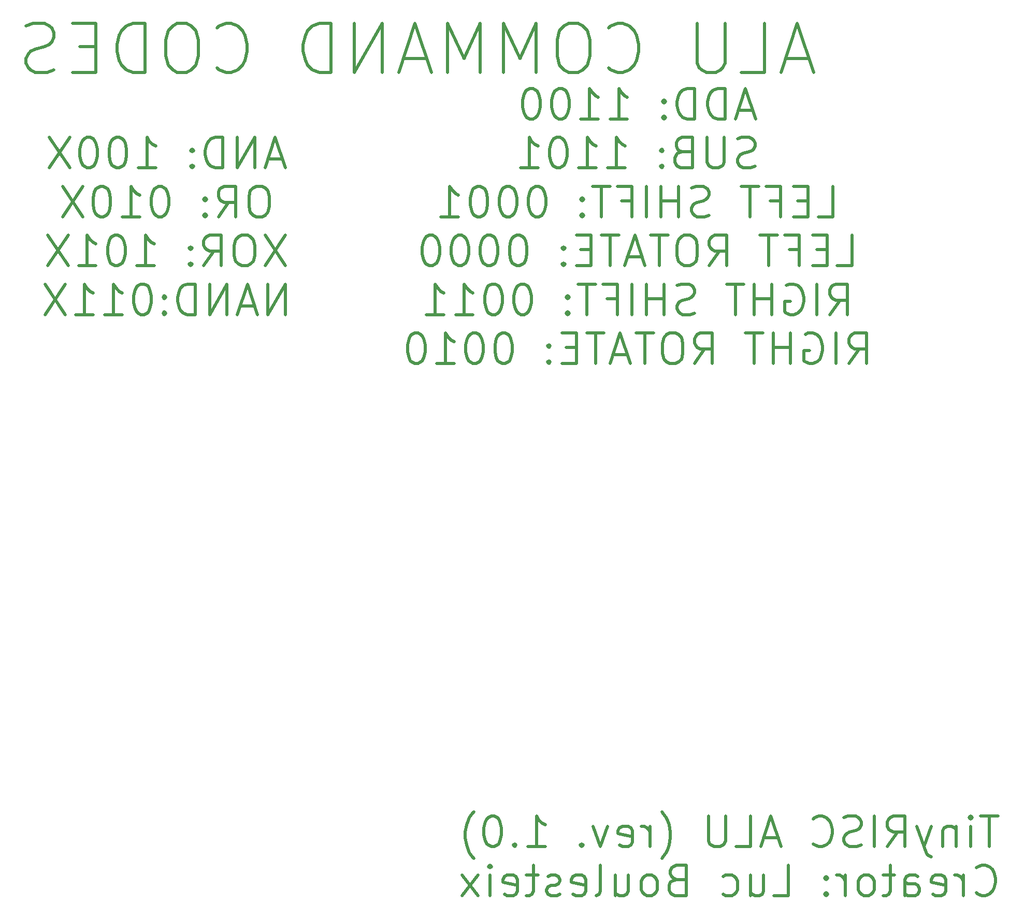
<source format=gbr>
%TF.GenerationSoftware,KiCad,Pcbnew,(5.1.10)-1*%
%TF.CreationDate,2021-10-27T21:30:29+02:00*%
%TF.ProjectId,ALU,414c552e-6b69-4636-9164-5f7063625858,rev1.0*%
%TF.SameCoordinates,Original*%
%TF.FileFunction,Legend,Bot*%
%TF.FilePolarity,Positive*%
%FSLAX46Y46*%
G04 Gerber Fmt 4.6, Leading zero omitted, Abs format (unit mm)*
G04 Created by KiCad (PCBNEW (5.1.10)-1) date 2021-10-27 21:30:29*
%MOMM*%
%LPD*%
G01*
G04 APERTURE LIST*
%ADD10C,0.500000*%
G04 APERTURE END LIST*
D10*
X283000000Y-88333333D02*
X279190476Y-88333333D01*
X283761904Y-90619047D02*
X281095238Y-82619047D01*
X278428571Y-90619047D01*
X271952380Y-90619047D02*
X275761904Y-90619047D01*
X275761904Y-82619047D01*
X269285714Y-82619047D02*
X269285714Y-89095238D01*
X268904761Y-89857142D01*
X268523809Y-90238095D01*
X267761904Y-90619047D01*
X266238095Y-90619047D01*
X265476190Y-90238095D01*
X265095238Y-89857142D01*
X264714285Y-89095238D01*
X264714285Y-82619047D01*
X250238095Y-89857142D02*
X250619047Y-90238095D01*
X251761904Y-90619047D01*
X252523809Y-90619047D01*
X253666666Y-90238095D01*
X254428571Y-89476190D01*
X254809523Y-88714285D01*
X255190476Y-87190476D01*
X255190476Y-86047619D01*
X254809523Y-84523809D01*
X254428571Y-83761904D01*
X253666666Y-83000000D01*
X252523809Y-82619047D01*
X251761904Y-82619047D01*
X250619047Y-83000000D01*
X250238095Y-83380952D01*
X245285714Y-82619047D02*
X243761904Y-82619047D01*
X243000000Y-83000000D01*
X242238095Y-83761904D01*
X241857142Y-85285714D01*
X241857142Y-87952380D01*
X242238095Y-89476190D01*
X243000000Y-90238095D01*
X243761904Y-90619047D01*
X245285714Y-90619047D01*
X246047619Y-90238095D01*
X246809523Y-89476190D01*
X247190476Y-87952380D01*
X247190476Y-85285714D01*
X246809523Y-83761904D01*
X246047619Y-83000000D01*
X245285714Y-82619047D01*
X238428571Y-90619047D02*
X238428571Y-82619047D01*
X235761904Y-88333333D01*
X233095238Y-82619047D01*
X233095238Y-90619047D01*
X229285714Y-90619047D02*
X229285714Y-82619047D01*
X226619047Y-88333333D01*
X223952380Y-82619047D01*
X223952380Y-90619047D01*
X220523809Y-88333333D02*
X216714285Y-88333333D01*
X221285714Y-90619047D02*
X218619047Y-82619047D01*
X215952380Y-90619047D01*
X213285714Y-90619047D02*
X213285714Y-82619047D01*
X208714285Y-90619047D01*
X208714285Y-82619047D01*
X204904761Y-90619047D02*
X204904761Y-82619047D01*
X203000000Y-82619047D01*
X201857142Y-83000000D01*
X201095238Y-83761904D01*
X200714285Y-84523809D01*
X200333333Y-86047619D01*
X200333333Y-87190476D01*
X200714285Y-88714285D01*
X201095238Y-89476190D01*
X201857142Y-90238095D01*
X203000000Y-90619047D01*
X204904761Y-90619047D01*
X186238095Y-89857142D02*
X186619047Y-90238095D01*
X187761904Y-90619047D01*
X188523809Y-90619047D01*
X189666666Y-90238095D01*
X190428571Y-89476190D01*
X190809523Y-88714285D01*
X191190476Y-87190476D01*
X191190476Y-86047619D01*
X190809523Y-84523809D01*
X190428571Y-83761904D01*
X189666666Y-83000000D01*
X188523809Y-82619047D01*
X187761904Y-82619047D01*
X186619047Y-83000000D01*
X186238095Y-83380952D01*
X181285714Y-82619047D02*
X179761904Y-82619047D01*
X179000000Y-83000000D01*
X178238095Y-83761904D01*
X177857142Y-85285714D01*
X177857142Y-87952380D01*
X178238095Y-89476190D01*
X179000000Y-90238095D01*
X179761904Y-90619047D01*
X181285714Y-90619047D01*
X182047619Y-90238095D01*
X182809523Y-89476190D01*
X183190476Y-87952380D01*
X183190476Y-85285714D01*
X182809523Y-83761904D01*
X182047619Y-83000000D01*
X181285714Y-82619047D01*
X174428571Y-90619047D02*
X174428571Y-82619047D01*
X172523809Y-82619047D01*
X171380952Y-83000000D01*
X170619047Y-83761904D01*
X170238095Y-84523809D01*
X169857142Y-86047619D01*
X169857142Y-87190476D01*
X170238095Y-88714285D01*
X170619047Y-89476190D01*
X171380952Y-90238095D01*
X172523809Y-90619047D01*
X174428571Y-90619047D01*
X166428571Y-86428571D02*
X163761904Y-86428571D01*
X162619047Y-90619047D02*
X166428571Y-90619047D01*
X166428571Y-82619047D01*
X162619047Y-82619047D01*
X159571428Y-90238095D02*
X158428571Y-90619047D01*
X156523809Y-90619047D01*
X155761904Y-90238095D01*
X155380952Y-89857142D01*
X155000000Y-89095238D01*
X155000000Y-88333333D01*
X155380952Y-87571428D01*
X155761904Y-87190476D01*
X156523809Y-86809523D01*
X158047619Y-86428571D01*
X158809523Y-86047619D01*
X159190476Y-85666666D01*
X159571428Y-84904761D01*
X159571428Y-84142857D01*
X159190476Y-83380952D01*
X158809523Y-83000000D01*
X158047619Y-82619047D01*
X156142857Y-82619047D01*
X155000000Y-83000000D01*
X196928571Y-104833333D02*
X194547619Y-104833333D01*
X197404761Y-106261904D02*
X195738095Y-101261904D01*
X194071428Y-106261904D01*
X192404761Y-106261904D02*
X192404761Y-101261904D01*
X189547619Y-106261904D01*
X189547619Y-101261904D01*
X187166666Y-106261904D02*
X187166666Y-101261904D01*
X185976190Y-101261904D01*
X185261904Y-101500000D01*
X184785714Y-101976190D01*
X184547619Y-102452380D01*
X184309523Y-103404761D01*
X184309523Y-104119047D01*
X184547619Y-105071428D01*
X184785714Y-105547619D01*
X185261904Y-106023809D01*
X185976190Y-106261904D01*
X187166666Y-106261904D01*
X182166666Y-105785714D02*
X181928571Y-106023809D01*
X182166666Y-106261904D01*
X182404761Y-106023809D01*
X182166666Y-105785714D01*
X182166666Y-106261904D01*
X182166666Y-103166666D02*
X181928571Y-103404761D01*
X182166666Y-103642857D01*
X182404761Y-103404761D01*
X182166666Y-103166666D01*
X182166666Y-103642857D01*
X173357142Y-106261904D02*
X176214285Y-106261904D01*
X174785714Y-106261904D02*
X174785714Y-101261904D01*
X175261904Y-101976190D01*
X175738095Y-102452380D01*
X176214285Y-102690476D01*
X170261904Y-101261904D02*
X169785714Y-101261904D01*
X169309523Y-101500000D01*
X169071428Y-101738095D01*
X168833333Y-102214285D01*
X168595238Y-103166666D01*
X168595238Y-104357142D01*
X168833333Y-105309523D01*
X169071428Y-105785714D01*
X169309523Y-106023809D01*
X169785714Y-106261904D01*
X170261904Y-106261904D01*
X170738095Y-106023809D01*
X170976190Y-105785714D01*
X171214285Y-105309523D01*
X171452380Y-104357142D01*
X171452380Y-103166666D01*
X171214285Y-102214285D01*
X170976190Y-101738095D01*
X170738095Y-101500000D01*
X170261904Y-101261904D01*
X165500000Y-101261904D02*
X165023809Y-101261904D01*
X164547619Y-101500000D01*
X164309523Y-101738095D01*
X164071428Y-102214285D01*
X163833333Y-103166666D01*
X163833333Y-104357142D01*
X164071428Y-105309523D01*
X164309523Y-105785714D01*
X164547619Y-106023809D01*
X165023809Y-106261904D01*
X165500000Y-106261904D01*
X165976190Y-106023809D01*
X166214285Y-105785714D01*
X166452380Y-105309523D01*
X166690476Y-104357142D01*
X166690476Y-103166666D01*
X166452380Y-102214285D01*
X166214285Y-101738095D01*
X165976190Y-101500000D01*
X165500000Y-101261904D01*
X162166666Y-101261904D02*
X158833333Y-106261904D01*
X158833333Y-101261904D02*
X162166666Y-106261904D01*
X193595238Y-109261904D02*
X192642857Y-109261904D01*
X192166666Y-109500000D01*
X191690476Y-109976190D01*
X191452380Y-110928571D01*
X191452380Y-112595238D01*
X191690476Y-113547619D01*
X192166666Y-114023809D01*
X192642857Y-114261904D01*
X193595238Y-114261904D01*
X194071428Y-114023809D01*
X194547619Y-113547619D01*
X194785714Y-112595238D01*
X194785714Y-110928571D01*
X194547619Y-109976190D01*
X194071428Y-109500000D01*
X193595238Y-109261904D01*
X186452380Y-114261904D02*
X188119047Y-111880952D01*
X189309523Y-114261904D02*
X189309523Y-109261904D01*
X187404761Y-109261904D01*
X186928571Y-109500000D01*
X186690476Y-109738095D01*
X186452380Y-110214285D01*
X186452380Y-110928571D01*
X186690476Y-111404761D01*
X186928571Y-111642857D01*
X187404761Y-111880952D01*
X189309523Y-111880952D01*
X184309523Y-113785714D02*
X184071428Y-114023809D01*
X184309523Y-114261904D01*
X184547619Y-114023809D01*
X184309523Y-113785714D01*
X184309523Y-114261904D01*
X184309523Y-111166666D02*
X184071428Y-111404761D01*
X184309523Y-111642857D01*
X184547619Y-111404761D01*
X184309523Y-111166666D01*
X184309523Y-111642857D01*
X177166666Y-109261904D02*
X176690476Y-109261904D01*
X176214285Y-109500000D01*
X175976190Y-109738095D01*
X175738095Y-110214285D01*
X175500000Y-111166666D01*
X175500000Y-112357142D01*
X175738095Y-113309523D01*
X175976190Y-113785714D01*
X176214285Y-114023809D01*
X176690476Y-114261904D01*
X177166666Y-114261904D01*
X177642857Y-114023809D01*
X177880952Y-113785714D01*
X178119047Y-113309523D01*
X178357142Y-112357142D01*
X178357142Y-111166666D01*
X178119047Y-110214285D01*
X177880952Y-109738095D01*
X177642857Y-109500000D01*
X177166666Y-109261904D01*
X170738095Y-114261904D02*
X173595238Y-114261904D01*
X172166666Y-114261904D02*
X172166666Y-109261904D01*
X172642857Y-109976190D01*
X173119047Y-110452380D01*
X173595238Y-110690476D01*
X167642857Y-109261904D02*
X167166666Y-109261904D01*
X166690476Y-109500000D01*
X166452380Y-109738095D01*
X166214285Y-110214285D01*
X165976190Y-111166666D01*
X165976190Y-112357142D01*
X166214285Y-113309523D01*
X166452380Y-113785714D01*
X166690476Y-114023809D01*
X167166666Y-114261904D01*
X167642857Y-114261904D01*
X168119047Y-114023809D01*
X168357142Y-113785714D01*
X168595238Y-113309523D01*
X168833333Y-112357142D01*
X168833333Y-111166666D01*
X168595238Y-110214285D01*
X168357142Y-109738095D01*
X168119047Y-109500000D01*
X167642857Y-109261904D01*
X164309523Y-109261904D02*
X160976190Y-114261904D01*
X160976190Y-109261904D02*
X164309523Y-114261904D01*
X197404761Y-117261904D02*
X194071428Y-122261904D01*
X194071428Y-117261904D02*
X197404761Y-122261904D01*
X191214285Y-117261904D02*
X190261904Y-117261904D01*
X189785714Y-117500000D01*
X189309523Y-117976190D01*
X189071428Y-118928571D01*
X189071428Y-120595238D01*
X189309523Y-121547619D01*
X189785714Y-122023809D01*
X190261904Y-122261904D01*
X191214285Y-122261904D01*
X191690476Y-122023809D01*
X192166666Y-121547619D01*
X192404761Y-120595238D01*
X192404761Y-118928571D01*
X192166666Y-117976190D01*
X191690476Y-117500000D01*
X191214285Y-117261904D01*
X184071428Y-122261904D02*
X185738095Y-119880952D01*
X186928571Y-122261904D02*
X186928571Y-117261904D01*
X185023809Y-117261904D01*
X184547619Y-117500000D01*
X184309523Y-117738095D01*
X184071428Y-118214285D01*
X184071428Y-118928571D01*
X184309523Y-119404761D01*
X184547619Y-119642857D01*
X185023809Y-119880952D01*
X186928571Y-119880952D01*
X181928571Y-121785714D02*
X181690476Y-122023809D01*
X181928571Y-122261904D01*
X182166666Y-122023809D01*
X181928571Y-121785714D01*
X181928571Y-122261904D01*
X181928571Y-119166666D02*
X181690476Y-119404761D01*
X181928571Y-119642857D01*
X182166666Y-119404761D01*
X181928571Y-119166666D01*
X181928571Y-119642857D01*
X173119047Y-122261904D02*
X175976190Y-122261904D01*
X174547619Y-122261904D02*
X174547619Y-117261904D01*
X175023809Y-117976190D01*
X175500000Y-118452380D01*
X175976190Y-118690476D01*
X170023809Y-117261904D02*
X169547619Y-117261904D01*
X169071428Y-117500000D01*
X168833333Y-117738095D01*
X168595238Y-118214285D01*
X168357142Y-119166666D01*
X168357142Y-120357142D01*
X168595238Y-121309523D01*
X168833333Y-121785714D01*
X169071428Y-122023809D01*
X169547619Y-122261904D01*
X170023809Y-122261904D01*
X170500000Y-122023809D01*
X170738095Y-121785714D01*
X170976190Y-121309523D01*
X171214285Y-120357142D01*
X171214285Y-119166666D01*
X170976190Y-118214285D01*
X170738095Y-117738095D01*
X170500000Y-117500000D01*
X170023809Y-117261904D01*
X163595238Y-122261904D02*
X166452380Y-122261904D01*
X165023809Y-122261904D02*
X165023809Y-117261904D01*
X165500000Y-117976190D01*
X165976190Y-118452380D01*
X166452380Y-118690476D01*
X161928571Y-117261904D02*
X158595238Y-122261904D01*
X158595238Y-117261904D02*
X161928571Y-122261904D01*
X197404761Y-130261904D02*
X197404761Y-125261904D01*
X194547619Y-130261904D01*
X194547619Y-125261904D01*
X192404761Y-128833333D02*
X190023809Y-128833333D01*
X192880952Y-130261904D02*
X191214285Y-125261904D01*
X189547619Y-130261904D01*
X187880952Y-130261904D02*
X187880952Y-125261904D01*
X185023809Y-130261904D01*
X185023809Y-125261904D01*
X182642857Y-130261904D02*
X182642857Y-125261904D01*
X181452380Y-125261904D01*
X180738095Y-125500000D01*
X180261904Y-125976190D01*
X180023809Y-126452380D01*
X179785714Y-127404761D01*
X179785714Y-128119047D01*
X180023809Y-129071428D01*
X180261904Y-129547619D01*
X180738095Y-130023809D01*
X181452380Y-130261904D01*
X182642857Y-130261904D01*
X177642857Y-129785714D02*
X177404761Y-130023809D01*
X177642857Y-130261904D01*
X177880952Y-130023809D01*
X177642857Y-129785714D01*
X177642857Y-130261904D01*
X177642857Y-127166666D02*
X177404761Y-127404761D01*
X177642857Y-127642857D01*
X177880952Y-127404761D01*
X177642857Y-127166666D01*
X177642857Y-127642857D01*
X174309523Y-125261904D02*
X173833333Y-125261904D01*
X173357142Y-125500000D01*
X173119047Y-125738095D01*
X172880952Y-126214285D01*
X172642857Y-127166666D01*
X172642857Y-128357142D01*
X172880952Y-129309523D01*
X173119047Y-129785714D01*
X173357142Y-130023809D01*
X173833333Y-130261904D01*
X174309523Y-130261904D01*
X174785714Y-130023809D01*
X175023809Y-129785714D01*
X175261904Y-129309523D01*
X175500000Y-128357142D01*
X175500000Y-127166666D01*
X175261904Y-126214285D01*
X175023809Y-125738095D01*
X174785714Y-125500000D01*
X174309523Y-125261904D01*
X167880952Y-130261904D02*
X170738095Y-130261904D01*
X169309523Y-130261904D02*
X169309523Y-125261904D01*
X169785714Y-125976190D01*
X170261904Y-126452380D01*
X170738095Y-126690476D01*
X163119047Y-130261904D02*
X165976190Y-130261904D01*
X164547619Y-130261904D02*
X164547619Y-125261904D01*
X165023809Y-125976190D01*
X165500000Y-126452380D01*
X165976190Y-126690476D01*
X161452380Y-125261904D02*
X158119047Y-130261904D01*
X158119047Y-125261904D02*
X161452380Y-130261904D01*
X273809523Y-96833333D02*
X271428571Y-96833333D01*
X274285714Y-98261904D02*
X272619047Y-93261904D01*
X270952380Y-98261904D01*
X269285714Y-98261904D02*
X269285714Y-93261904D01*
X268095238Y-93261904D01*
X267380952Y-93500000D01*
X266904761Y-93976190D01*
X266666666Y-94452380D01*
X266428571Y-95404761D01*
X266428571Y-96119047D01*
X266666666Y-97071428D01*
X266904761Y-97547619D01*
X267380952Y-98023809D01*
X268095238Y-98261904D01*
X269285714Y-98261904D01*
X264285714Y-98261904D02*
X264285714Y-93261904D01*
X263095238Y-93261904D01*
X262380952Y-93500000D01*
X261904761Y-93976190D01*
X261666666Y-94452380D01*
X261428571Y-95404761D01*
X261428571Y-96119047D01*
X261666666Y-97071428D01*
X261904761Y-97547619D01*
X262380952Y-98023809D01*
X263095238Y-98261904D01*
X264285714Y-98261904D01*
X259285714Y-97785714D02*
X259047619Y-98023809D01*
X259285714Y-98261904D01*
X259523809Y-98023809D01*
X259285714Y-97785714D01*
X259285714Y-98261904D01*
X259285714Y-95166666D02*
X259047619Y-95404761D01*
X259285714Y-95642857D01*
X259523809Y-95404761D01*
X259285714Y-95166666D01*
X259285714Y-95642857D01*
X250476190Y-98261904D02*
X253333333Y-98261904D01*
X251904761Y-98261904D02*
X251904761Y-93261904D01*
X252380952Y-93976190D01*
X252857142Y-94452380D01*
X253333333Y-94690476D01*
X245714285Y-98261904D02*
X248571428Y-98261904D01*
X247142857Y-98261904D02*
X247142857Y-93261904D01*
X247619047Y-93976190D01*
X248095238Y-94452380D01*
X248571428Y-94690476D01*
X242619047Y-93261904D02*
X242142857Y-93261904D01*
X241666666Y-93500000D01*
X241428571Y-93738095D01*
X241190476Y-94214285D01*
X240952380Y-95166666D01*
X240952380Y-96357142D01*
X241190476Y-97309523D01*
X241428571Y-97785714D01*
X241666666Y-98023809D01*
X242142857Y-98261904D01*
X242619047Y-98261904D01*
X243095238Y-98023809D01*
X243333333Y-97785714D01*
X243571428Y-97309523D01*
X243809523Y-96357142D01*
X243809523Y-95166666D01*
X243571428Y-94214285D01*
X243333333Y-93738095D01*
X243095238Y-93500000D01*
X242619047Y-93261904D01*
X237857142Y-93261904D02*
X237380952Y-93261904D01*
X236904761Y-93500000D01*
X236666666Y-93738095D01*
X236428571Y-94214285D01*
X236190476Y-95166666D01*
X236190476Y-96357142D01*
X236428571Y-97309523D01*
X236666666Y-97785714D01*
X236904761Y-98023809D01*
X237380952Y-98261904D01*
X237857142Y-98261904D01*
X238333333Y-98023809D01*
X238571428Y-97785714D01*
X238809523Y-97309523D01*
X239047619Y-96357142D01*
X239047619Y-95166666D01*
X238809523Y-94214285D01*
X238571428Y-93738095D01*
X238333333Y-93500000D01*
X237857142Y-93261904D01*
X274166666Y-106023809D02*
X273452380Y-106261904D01*
X272261904Y-106261904D01*
X271785714Y-106023809D01*
X271547619Y-105785714D01*
X271309523Y-105309523D01*
X271309523Y-104833333D01*
X271547619Y-104357142D01*
X271785714Y-104119047D01*
X272261904Y-103880952D01*
X273214285Y-103642857D01*
X273690476Y-103404761D01*
X273928571Y-103166666D01*
X274166666Y-102690476D01*
X274166666Y-102214285D01*
X273928571Y-101738095D01*
X273690476Y-101500000D01*
X273214285Y-101261904D01*
X272023809Y-101261904D01*
X271309523Y-101500000D01*
X269166666Y-101261904D02*
X269166666Y-105309523D01*
X268928571Y-105785714D01*
X268690476Y-106023809D01*
X268214285Y-106261904D01*
X267261904Y-106261904D01*
X266785714Y-106023809D01*
X266547619Y-105785714D01*
X266309523Y-105309523D01*
X266309523Y-101261904D01*
X262261904Y-103642857D02*
X261547619Y-103880952D01*
X261309523Y-104119047D01*
X261071428Y-104595238D01*
X261071428Y-105309523D01*
X261309523Y-105785714D01*
X261547619Y-106023809D01*
X262023809Y-106261904D01*
X263928571Y-106261904D01*
X263928571Y-101261904D01*
X262261904Y-101261904D01*
X261785714Y-101500000D01*
X261547619Y-101738095D01*
X261309523Y-102214285D01*
X261309523Y-102690476D01*
X261547619Y-103166666D01*
X261785714Y-103404761D01*
X262261904Y-103642857D01*
X263928571Y-103642857D01*
X258928571Y-105785714D02*
X258690476Y-106023809D01*
X258928571Y-106261904D01*
X259166666Y-106023809D01*
X258928571Y-105785714D01*
X258928571Y-106261904D01*
X258928571Y-103166666D02*
X258690476Y-103404761D01*
X258928571Y-103642857D01*
X259166666Y-103404761D01*
X258928571Y-103166666D01*
X258928571Y-103642857D01*
X250119047Y-106261904D02*
X252976190Y-106261904D01*
X251547619Y-106261904D02*
X251547619Y-101261904D01*
X252023809Y-101976190D01*
X252500000Y-102452380D01*
X252976190Y-102690476D01*
X245357142Y-106261904D02*
X248214285Y-106261904D01*
X246785714Y-106261904D02*
X246785714Y-101261904D01*
X247261904Y-101976190D01*
X247738095Y-102452380D01*
X248214285Y-102690476D01*
X242261904Y-101261904D02*
X241785714Y-101261904D01*
X241309523Y-101500000D01*
X241071428Y-101738095D01*
X240833333Y-102214285D01*
X240595238Y-103166666D01*
X240595238Y-104357142D01*
X240833333Y-105309523D01*
X241071428Y-105785714D01*
X241309523Y-106023809D01*
X241785714Y-106261904D01*
X242261904Y-106261904D01*
X242738095Y-106023809D01*
X242976190Y-105785714D01*
X243214285Y-105309523D01*
X243452380Y-104357142D01*
X243452380Y-103166666D01*
X243214285Y-102214285D01*
X242976190Y-101738095D01*
X242738095Y-101500000D01*
X242261904Y-101261904D01*
X235833333Y-106261904D02*
X238690476Y-106261904D01*
X237261904Y-106261904D02*
X237261904Y-101261904D01*
X237738095Y-101976190D01*
X238214285Y-102452380D01*
X238690476Y-102690476D01*
X284523809Y-114261904D02*
X286904761Y-114261904D01*
X286904761Y-109261904D01*
X282857142Y-111642857D02*
X281190476Y-111642857D01*
X280476190Y-114261904D02*
X282857142Y-114261904D01*
X282857142Y-109261904D01*
X280476190Y-109261904D01*
X276666666Y-111642857D02*
X278333333Y-111642857D01*
X278333333Y-114261904D02*
X278333333Y-109261904D01*
X275952380Y-109261904D01*
X274761904Y-109261904D02*
X271904761Y-109261904D01*
X273333333Y-114261904D02*
X273333333Y-109261904D01*
X266666666Y-114023809D02*
X265952380Y-114261904D01*
X264761904Y-114261904D01*
X264285714Y-114023809D01*
X264047619Y-113785714D01*
X263809523Y-113309523D01*
X263809523Y-112833333D01*
X264047619Y-112357142D01*
X264285714Y-112119047D01*
X264761904Y-111880952D01*
X265714285Y-111642857D01*
X266190476Y-111404761D01*
X266428571Y-111166666D01*
X266666666Y-110690476D01*
X266666666Y-110214285D01*
X266428571Y-109738095D01*
X266190476Y-109500000D01*
X265714285Y-109261904D01*
X264523809Y-109261904D01*
X263809523Y-109500000D01*
X261666666Y-114261904D02*
X261666666Y-109261904D01*
X261666666Y-111642857D02*
X258809523Y-111642857D01*
X258809523Y-114261904D02*
X258809523Y-109261904D01*
X256428571Y-114261904D02*
X256428571Y-109261904D01*
X252380952Y-111642857D02*
X254047619Y-111642857D01*
X254047619Y-114261904D02*
X254047619Y-109261904D01*
X251666666Y-109261904D01*
X250476190Y-109261904D02*
X247619047Y-109261904D01*
X249047619Y-114261904D02*
X249047619Y-109261904D01*
X245952380Y-113785714D02*
X245714285Y-114023809D01*
X245952380Y-114261904D01*
X246190476Y-114023809D01*
X245952380Y-113785714D01*
X245952380Y-114261904D01*
X245952380Y-111166666D02*
X245714285Y-111404761D01*
X245952380Y-111642857D01*
X246190476Y-111404761D01*
X245952380Y-111166666D01*
X245952380Y-111642857D01*
X238809523Y-109261904D02*
X238333333Y-109261904D01*
X237857142Y-109500000D01*
X237619047Y-109738095D01*
X237380952Y-110214285D01*
X237142857Y-111166666D01*
X237142857Y-112357142D01*
X237380952Y-113309523D01*
X237619047Y-113785714D01*
X237857142Y-114023809D01*
X238333333Y-114261904D01*
X238809523Y-114261904D01*
X239285714Y-114023809D01*
X239523809Y-113785714D01*
X239761904Y-113309523D01*
X240000000Y-112357142D01*
X240000000Y-111166666D01*
X239761904Y-110214285D01*
X239523809Y-109738095D01*
X239285714Y-109500000D01*
X238809523Y-109261904D01*
X234047619Y-109261904D02*
X233571428Y-109261904D01*
X233095238Y-109500000D01*
X232857142Y-109738095D01*
X232619047Y-110214285D01*
X232380952Y-111166666D01*
X232380952Y-112357142D01*
X232619047Y-113309523D01*
X232857142Y-113785714D01*
X233095238Y-114023809D01*
X233571428Y-114261904D01*
X234047619Y-114261904D01*
X234523809Y-114023809D01*
X234761904Y-113785714D01*
X235000000Y-113309523D01*
X235238095Y-112357142D01*
X235238095Y-111166666D01*
X235000000Y-110214285D01*
X234761904Y-109738095D01*
X234523809Y-109500000D01*
X234047619Y-109261904D01*
X229285714Y-109261904D02*
X228809523Y-109261904D01*
X228333333Y-109500000D01*
X228095238Y-109738095D01*
X227857142Y-110214285D01*
X227619047Y-111166666D01*
X227619047Y-112357142D01*
X227857142Y-113309523D01*
X228095238Y-113785714D01*
X228333333Y-114023809D01*
X228809523Y-114261904D01*
X229285714Y-114261904D01*
X229761904Y-114023809D01*
X230000000Y-113785714D01*
X230238095Y-113309523D01*
X230476190Y-112357142D01*
X230476190Y-111166666D01*
X230238095Y-110214285D01*
X230000000Y-109738095D01*
X229761904Y-109500000D01*
X229285714Y-109261904D01*
X222857142Y-114261904D02*
X225714285Y-114261904D01*
X224285714Y-114261904D02*
X224285714Y-109261904D01*
X224761904Y-109976190D01*
X225238095Y-110452380D01*
X225714285Y-110690476D01*
X287619047Y-122261904D02*
X290000000Y-122261904D01*
X290000000Y-117261904D01*
X285952380Y-119642857D02*
X284285714Y-119642857D01*
X283571428Y-122261904D02*
X285952380Y-122261904D01*
X285952380Y-117261904D01*
X283571428Y-117261904D01*
X279761904Y-119642857D02*
X281428571Y-119642857D01*
X281428571Y-122261904D02*
X281428571Y-117261904D01*
X279047619Y-117261904D01*
X277857142Y-117261904D02*
X275000000Y-117261904D01*
X276428571Y-122261904D02*
X276428571Y-117261904D01*
X266666666Y-122261904D02*
X268333333Y-119880952D01*
X269523809Y-122261904D02*
X269523809Y-117261904D01*
X267619047Y-117261904D01*
X267142857Y-117500000D01*
X266904761Y-117738095D01*
X266666666Y-118214285D01*
X266666666Y-118928571D01*
X266904761Y-119404761D01*
X267142857Y-119642857D01*
X267619047Y-119880952D01*
X269523809Y-119880952D01*
X263571428Y-117261904D02*
X262619047Y-117261904D01*
X262142857Y-117500000D01*
X261666666Y-117976190D01*
X261428571Y-118928571D01*
X261428571Y-120595238D01*
X261666666Y-121547619D01*
X262142857Y-122023809D01*
X262619047Y-122261904D01*
X263571428Y-122261904D01*
X264047619Y-122023809D01*
X264523809Y-121547619D01*
X264761904Y-120595238D01*
X264761904Y-118928571D01*
X264523809Y-117976190D01*
X264047619Y-117500000D01*
X263571428Y-117261904D01*
X260000000Y-117261904D02*
X257142857Y-117261904D01*
X258571428Y-122261904D02*
X258571428Y-117261904D01*
X255714285Y-120833333D02*
X253333333Y-120833333D01*
X256190476Y-122261904D02*
X254523809Y-117261904D01*
X252857142Y-122261904D01*
X251904761Y-117261904D02*
X249047619Y-117261904D01*
X250476190Y-122261904D02*
X250476190Y-117261904D01*
X247380952Y-119642857D02*
X245714285Y-119642857D01*
X245000000Y-122261904D02*
X247380952Y-122261904D01*
X247380952Y-117261904D01*
X245000000Y-117261904D01*
X242857142Y-121785714D02*
X242619047Y-122023809D01*
X242857142Y-122261904D01*
X243095238Y-122023809D01*
X242857142Y-121785714D01*
X242857142Y-122261904D01*
X242857142Y-119166666D02*
X242619047Y-119404761D01*
X242857142Y-119642857D01*
X243095238Y-119404761D01*
X242857142Y-119166666D01*
X242857142Y-119642857D01*
X235714285Y-117261904D02*
X235238095Y-117261904D01*
X234761904Y-117500000D01*
X234523809Y-117738095D01*
X234285714Y-118214285D01*
X234047619Y-119166666D01*
X234047619Y-120357142D01*
X234285714Y-121309523D01*
X234523809Y-121785714D01*
X234761904Y-122023809D01*
X235238095Y-122261904D01*
X235714285Y-122261904D01*
X236190476Y-122023809D01*
X236428571Y-121785714D01*
X236666666Y-121309523D01*
X236904761Y-120357142D01*
X236904761Y-119166666D01*
X236666666Y-118214285D01*
X236428571Y-117738095D01*
X236190476Y-117500000D01*
X235714285Y-117261904D01*
X230952380Y-117261904D02*
X230476190Y-117261904D01*
X230000000Y-117500000D01*
X229761904Y-117738095D01*
X229523809Y-118214285D01*
X229285714Y-119166666D01*
X229285714Y-120357142D01*
X229523809Y-121309523D01*
X229761904Y-121785714D01*
X230000000Y-122023809D01*
X230476190Y-122261904D01*
X230952380Y-122261904D01*
X231428571Y-122023809D01*
X231666666Y-121785714D01*
X231904761Y-121309523D01*
X232142857Y-120357142D01*
X232142857Y-119166666D01*
X231904761Y-118214285D01*
X231666666Y-117738095D01*
X231428571Y-117500000D01*
X230952380Y-117261904D01*
X226190476Y-117261904D02*
X225714285Y-117261904D01*
X225238095Y-117500000D01*
X225000000Y-117738095D01*
X224761904Y-118214285D01*
X224523809Y-119166666D01*
X224523809Y-120357142D01*
X224761904Y-121309523D01*
X225000000Y-121785714D01*
X225238095Y-122023809D01*
X225714285Y-122261904D01*
X226190476Y-122261904D01*
X226666666Y-122023809D01*
X226904761Y-121785714D01*
X227142857Y-121309523D01*
X227380952Y-120357142D01*
X227380952Y-119166666D01*
X227142857Y-118214285D01*
X226904761Y-117738095D01*
X226666666Y-117500000D01*
X226190476Y-117261904D01*
X221428571Y-117261904D02*
X220952380Y-117261904D01*
X220476190Y-117500000D01*
X220238095Y-117738095D01*
X220000000Y-118214285D01*
X219761904Y-119166666D01*
X219761904Y-120357142D01*
X220000000Y-121309523D01*
X220238095Y-121785714D01*
X220476190Y-122023809D01*
X220952380Y-122261904D01*
X221428571Y-122261904D01*
X221904761Y-122023809D01*
X222142857Y-121785714D01*
X222380952Y-121309523D01*
X222619047Y-120357142D01*
X222619047Y-119166666D01*
X222380952Y-118214285D01*
X222142857Y-117738095D01*
X221904761Y-117500000D01*
X221428571Y-117261904D01*
X286428571Y-130261904D02*
X288095238Y-127880952D01*
X289285714Y-130261904D02*
X289285714Y-125261904D01*
X287380952Y-125261904D01*
X286904761Y-125500000D01*
X286666666Y-125738095D01*
X286428571Y-126214285D01*
X286428571Y-126928571D01*
X286666666Y-127404761D01*
X286904761Y-127642857D01*
X287380952Y-127880952D01*
X289285714Y-127880952D01*
X284285714Y-130261904D02*
X284285714Y-125261904D01*
X279285714Y-125500000D02*
X279761904Y-125261904D01*
X280476190Y-125261904D01*
X281190476Y-125500000D01*
X281666666Y-125976190D01*
X281904761Y-126452380D01*
X282142857Y-127404761D01*
X282142857Y-128119047D01*
X281904761Y-129071428D01*
X281666666Y-129547619D01*
X281190476Y-130023809D01*
X280476190Y-130261904D01*
X280000000Y-130261904D01*
X279285714Y-130023809D01*
X279047619Y-129785714D01*
X279047619Y-128119047D01*
X280000000Y-128119047D01*
X276904761Y-130261904D02*
X276904761Y-125261904D01*
X276904761Y-127642857D02*
X274047619Y-127642857D01*
X274047619Y-130261904D02*
X274047619Y-125261904D01*
X272380952Y-125261904D02*
X269523809Y-125261904D01*
X270952380Y-130261904D02*
X270952380Y-125261904D01*
X264285714Y-130023809D02*
X263571428Y-130261904D01*
X262380952Y-130261904D01*
X261904761Y-130023809D01*
X261666666Y-129785714D01*
X261428571Y-129309523D01*
X261428571Y-128833333D01*
X261666666Y-128357142D01*
X261904761Y-128119047D01*
X262380952Y-127880952D01*
X263333333Y-127642857D01*
X263809523Y-127404761D01*
X264047619Y-127166666D01*
X264285714Y-126690476D01*
X264285714Y-126214285D01*
X264047619Y-125738095D01*
X263809523Y-125500000D01*
X263333333Y-125261904D01*
X262142857Y-125261904D01*
X261428571Y-125500000D01*
X259285714Y-130261904D02*
X259285714Y-125261904D01*
X259285714Y-127642857D02*
X256428571Y-127642857D01*
X256428571Y-130261904D02*
X256428571Y-125261904D01*
X254047619Y-130261904D02*
X254047619Y-125261904D01*
X250000000Y-127642857D02*
X251666666Y-127642857D01*
X251666666Y-130261904D02*
X251666666Y-125261904D01*
X249285714Y-125261904D01*
X248095238Y-125261904D02*
X245238095Y-125261904D01*
X246666666Y-130261904D02*
X246666666Y-125261904D01*
X243571428Y-129785714D02*
X243333333Y-130023809D01*
X243571428Y-130261904D01*
X243809523Y-130023809D01*
X243571428Y-129785714D01*
X243571428Y-130261904D01*
X243571428Y-127166666D02*
X243333333Y-127404761D01*
X243571428Y-127642857D01*
X243809523Y-127404761D01*
X243571428Y-127166666D01*
X243571428Y-127642857D01*
X236428571Y-125261904D02*
X235952380Y-125261904D01*
X235476190Y-125500000D01*
X235238095Y-125738095D01*
X235000000Y-126214285D01*
X234761904Y-127166666D01*
X234761904Y-128357142D01*
X235000000Y-129309523D01*
X235238095Y-129785714D01*
X235476190Y-130023809D01*
X235952380Y-130261904D01*
X236428571Y-130261904D01*
X236904761Y-130023809D01*
X237142857Y-129785714D01*
X237380952Y-129309523D01*
X237619047Y-128357142D01*
X237619047Y-127166666D01*
X237380952Y-126214285D01*
X237142857Y-125738095D01*
X236904761Y-125500000D01*
X236428571Y-125261904D01*
X231666666Y-125261904D02*
X231190476Y-125261904D01*
X230714285Y-125500000D01*
X230476190Y-125738095D01*
X230238095Y-126214285D01*
X230000000Y-127166666D01*
X230000000Y-128357142D01*
X230238095Y-129309523D01*
X230476190Y-129785714D01*
X230714285Y-130023809D01*
X231190476Y-130261904D01*
X231666666Y-130261904D01*
X232142857Y-130023809D01*
X232380952Y-129785714D01*
X232619047Y-129309523D01*
X232857142Y-128357142D01*
X232857142Y-127166666D01*
X232619047Y-126214285D01*
X232380952Y-125738095D01*
X232142857Y-125500000D01*
X231666666Y-125261904D01*
X225238095Y-130261904D02*
X228095238Y-130261904D01*
X226666666Y-130261904D02*
X226666666Y-125261904D01*
X227142857Y-125976190D01*
X227619047Y-126452380D01*
X228095238Y-126690476D01*
X220476190Y-130261904D02*
X223333333Y-130261904D01*
X221904761Y-130261904D02*
X221904761Y-125261904D01*
X222380952Y-125976190D01*
X222857142Y-126452380D01*
X223333333Y-126690476D01*
X289523809Y-138261904D02*
X291190476Y-135880952D01*
X292380952Y-138261904D02*
X292380952Y-133261904D01*
X290476190Y-133261904D01*
X290000000Y-133500000D01*
X289761904Y-133738095D01*
X289523809Y-134214285D01*
X289523809Y-134928571D01*
X289761904Y-135404761D01*
X290000000Y-135642857D01*
X290476190Y-135880952D01*
X292380952Y-135880952D01*
X287380952Y-138261904D02*
X287380952Y-133261904D01*
X282380952Y-133500000D02*
X282857142Y-133261904D01*
X283571428Y-133261904D01*
X284285714Y-133500000D01*
X284761904Y-133976190D01*
X285000000Y-134452380D01*
X285238095Y-135404761D01*
X285238095Y-136119047D01*
X285000000Y-137071428D01*
X284761904Y-137547619D01*
X284285714Y-138023809D01*
X283571428Y-138261904D01*
X283095238Y-138261904D01*
X282380952Y-138023809D01*
X282142857Y-137785714D01*
X282142857Y-136119047D01*
X283095238Y-136119047D01*
X280000000Y-138261904D02*
X280000000Y-133261904D01*
X280000000Y-135642857D02*
X277142857Y-135642857D01*
X277142857Y-138261904D02*
X277142857Y-133261904D01*
X275476190Y-133261904D02*
X272619047Y-133261904D01*
X274047619Y-138261904D02*
X274047619Y-133261904D01*
X264285714Y-138261904D02*
X265952380Y-135880952D01*
X267142857Y-138261904D02*
X267142857Y-133261904D01*
X265238095Y-133261904D01*
X264761904Y-133500000D01*
X264523809Y-133738095D01*
X264285714Y-134214285D01*
X264285714Y-134928571D01*
X264523809Y-135404761D01*
X264761904Y-135642857D01*
X265238095Y-135880952D01*
X267142857Y-135880952D01*
X261190476Y-133261904D02*
X260238095Y-133261904D01*
X259761904Y-133500000D01*
X259285714Y-133976190D01*
X259047619Y-134928571D01*
X259047619Y-136595238D01*
X259285714Y-137547619D01*
X259761904Y-138023809D01*
X260238095Y-138261904D01*
X261190476Y-138261904D01*
X261666666Y-138023809D01*
X262142857Y-137547619D01*
X262380952Y-136595238D01*
X262380952Y-134928571D01*
X262142857Y-133976190D01*
X261666666Y-133500000D01*
X261190476Y-133261904D01*
X257619047Y-133261904D02*
X254761904Y-133261904D01*
X256190476Y-138261904D02*
X256190476Y-133261904D01*
X253333333Y-136833333D02*
X250952380Y-136833333D01*
X253809523Y-138261904D02*
X252142857Y-133261904D01*
X250476190Y-138261904D01*
X249523809Y-133261904D02*
X246666666Y-133261904D01*
X248095238Y-138261904D02*
X248095238Y-133261904D01*
X245000000Y-135642857D02*
X243333333Y-135642857D01*
X242619047Y-138261904D02*
X245000000Y-138261904D01*
X245000000Y-133261904D01*
X242619047Y-133261904D01*
X240476190Y-137785714D02*
X240238095Y-138023809D01*
X240476190Y-138261904D01*
X240714285Y-138023809D01*
X240476190Y-137785714D01*
X240476190Y-138261904D01*
X240476190Y-135166666D02*
X240238095Y-135404761D01*
X240476190Y-135642857D01*
X240714285Y-135404761D01*
X240476190Y-135166666D01*
X240476190Y-135642857D01*
X233333333Y-133261904D02*
X232857142Y-133261904D01*
X232380952Y-133500000D01*
X232142857Y-133738095D01*
X231904761Y-134214285D01*
X231666666Y-135166666D01*
X231666666Y-136357142D01*
X231904761Y-137309523D01*
X232142857Y-137785714D01*
X232380952Y-138023809D01*
X232857142Y-138261904D01*
X233333333Y-138261904D01*
X233809523Y-138023809D01*
X234047619Y-137785714D01*
X234285714Y-137309523D01*
X234523809Y-136357142D01*
X234523809Y-135166666D01*
X234285714Y-134214285D01*
X234047619Y-133738095D01*
X233809523Y-133500000D01*
X233333333Y-133261904D01*
X228571428Y-133261904D02*
X228095238Y-133261904D01*
X227619047Y-133500000D01*
X227380952Y-133738095D01*
X227142857Y-134214285D01*
X226904761Y-135166666D01*
X226904761Y-136357142D01*
X227142857Y-137309523D01*
X227380952Y-137785714D01*
X227619047Y-138023809D01*
X228095238Y-138261904D01*
X228571428Y-138261904D01*
X229047619Y-138023809D01*
X229285714Y-137785714D01*
X229523809Y-137309523D01*
X229761904Y-136357142D01*
X229761904Y-135166666D01*
X229523809Y-134214285D01*
X229285714Y-133738095D01*
X229047619Y-133500000D01*
X228571428Y-133261904D01*
X222142857Y-138261904D02*
X225000000Y-138261904D01*
X223571428Y-138261904D02*
X223571428Y-133261904D01*
X224047619Y-133976190D01*
X224523809Y-134452380D01*
X225000000Y-134690476D01*
X219047619Y-133261904D02*
X218571428Y-133261904D01*
X218095238Y-133500000D01*
X217857142Y-133738095D01*
X217619047Y-134214285D01*
X217380952Y-135166666D01*
X217380952Y-136357142D01*
X217619047Y-137309523D01*
X217857142Y-137785714D01*
X218095238Y-138023809D01*
X218571428Y-138261904D01*
X219047619Y-138261904D01*
X219523809Y-138023809D01*
X219761904Y-137785714D01*
X220000000Y-137309523D01*
X220238095Y-136357142D01*
X220238095Y-135166666D01*
X220000000Y-134214285D01*
X219761904Y-133738095D01*
X219523809Y-133500000D01*
X219047619Y-133261904D01*
X313928571Y-212261904D02*
X311071428Y-212261904D01*
X312500000Y-217261904D02*
X312500000Y-212261904D01*
X309404761Y-217261904D02*
X309404761Y-213928571D01*
X309404761Y-212261904D02*
X309642857Y-212500000D01*
X309404761Y-212738095D01*
X309166666Y-212500000D01*
X309404761Y-212261904D01*
X309404761Y-212738095D01*
X307023809Y-213928571D02*
X307023809Y-217261904D01*
X307023809Y-214404761D02*
X306785714Y-214166666D01*
X306309523Y-213928571D01*
X305595238Y-213928571D01*
X305119047Y-214166666D01*
X304880952Y-214642857D01*
X304880952Y-217261904D01*
X302976190Y-213928571D02*
X301785714Y-217261904D01*
X300595238Y-213928571D02*
X301785714Y-217261904D01*
X302261904Y-218452380D01*
X302500000Y-218690476D01*
X302976190Y-218928571D01*
X295833333Y-217261904D02*
X297500000Y-214880952D01*
X298690476Y-217261904D02*
X298690476Y-212261904D01*
X296785714Y-212261904D01*
X296309523Y-212500000D01*
X296071428Y-212738095D01*
X295833333Y-213214285D01*
X295833333Y-213928571D01*
X296071428Y-214404761D01*
X296309523Y-214642857D01*
X296785714Y-214880952D01*
X298690476Y-214880952D01*
X293690476Y-217261904D02*
X293690476Y-212261904D01*
X291547619Y-217023809D02*
X290833333Y-217261904D01*
X289642857Y-217261904D01*
X289166666Y-217023809D01*
X288928571Y-216785714D01*
X288690476Y-216309523D01*
X288690476Y-215833333D01*
X288928571Y-215357142D01*
X289166666Y-215119047D01*
X289642857Y-214880952D01*
X290595238Y-214642857D01*
X291071428Y-214404761D01*
X291309523Y-214166666D01*
X291547619Y-213690476D01*
X291547619Y-213214285D01*
X291309523Y-212738095D01*
X291071428Y-212500000D01*
X290595238Y-212261904D01*
X289404761Y-212261904D01*
X288690476Y-212500000D01*
X283690476Y-216785714D02*
X283928571Y-217023809D01*
X284642857Y-217261904D01*
X285119047Y-217261904D01*
X285833333Y-217023809D01*
X286309523Y-216547619D01*
X286547619Y-216071428D01*
X286785714Y-215119047D01*
X286785714Y-214404761D01*
X286547619Y-213452380D01*
X286309523Y-212976190D01*
X285833333Y-212500000D01*
X285119047Y-212261904D01*
X284642857Y-212261904D01*
X283928571Y-212500000D01*
X283690476Y-212738095D01*
X277976190Y-215833333D02*
X275595238Y-215833333D01*
X278452380Y-217261904D02*
X276785714Y-212261904D01*
X275119047Y-217261904D01*
X271071428Y-217261904D02*
X273452380Y-217261904D01*
X273452380Y-212261904D01*
X269404761Y-212261904D02*
X269404761Y-216309523D01*
X269166666Y-216785714D01*
X268928571Y-217023809D01*
X268452380Y-217261904D01*
X267500000Y-217261904D01*
X267023809Y-217023809D01*
X266785714Y-216785714D01*
X266547619Y-216309523D01*
X266547619Y-212261904D01*
X258928571Y-219166666D02*
X259166666Y-218928571D01*
X259642857Y-218214285D01*
X259880952Y-217738095D01*
X260119047Y-217023809D01*
X260357142Y-215833333D01*
X260357142Y-214880952D01*
X260119047Y-213690476D01*
X259880952Y-212976190D01*
X259642857Y-212500000D01*
X259166666Y-211785714D01*
X258928571Y-211547619D01*
X257023809Y-217261904D02*
X257023809Y-213928571D01*
X257023809Y-214880952D02*
X256785714Y-214404761D01*
X256547619Y-214166666D01*
X256071428Y-213928571D01*
X255595238Y-213928571D01*
X252023809Y-217023809D02*
X252500000Y-217261904D01*
X253452380Y-217261904D01*
X253928571Y-217023809D01*
X254166666Y-216547619D01*
X254166666Y-214642857D01*
X253928571Y-214166666D01*
X253452380Y-213928571D01*
X252500000Y-213928571D01*
X252023809Y-214166666D01*
X251785714Y-214642857D01*
X251785714Y-215119047D01*
X254166666Y-215595238D01*
X250119047Y-213928571D02*
X248928571Y-217261904D01*
X247738095Y-213928571D01*
X245833333Y-216785714D02*
X245595238Y-217023809D01*
X245833333Y-217261904D01*
X246071428Y-217023809D01*
X245833333Y-216785714D01*
X245833333Y-217261904D01*
X237023809Y-217261904D02*
X239880952Y-217261904D01*
X238452380Y-217261904D02*
X238452380Y-212261904D01*
X238928571Y-212976190D01*
X239404761Y-213452380D01*
X239880952Y-213690476D01*
X234880952Y-216785714D02*
X234642857Y-217023809D01*
X234880952Y-217261904D01*
X235119047Y-217023809D01*
X234880952Y-216785714D01*
X234880952Y-217261904D01*
X231547619Y-212261904D02*
X231071428Y-212261904D01*
X230595238Y-212500000D01*
X230357142Y-212738095D01*
X230119047Y-213214285D01*
X229880952Y-214166666D01*
X229880952Y-215357142D01*
X230119047Y-216309523D01*
X230357142Y-216785714D01*
X230595238Y-217023809D01*
X231071428Y-217261904D01*
X231547619Y-217261904D01*
X232023809Y-217023809D01*
X232261904Y-216785714D01*
X232500000Y-216309523D01*
X232738095Y-215357142D01*
X232738095Y-214166666D01*
X232500000Y-213214285D01*
X232261904Y-212738095D01*
X232023809Y-212500000D01*
X231547619Y-212261904D01*
X228214285Y-219166666D02*
X227976190Y-218928571D01*
X227500000Y-218214285D01*
X227261904Y-217738095D01*
X227023809Y-217023809D01*
X226785714Y-215833333D01*
X226785714Y-214880952D01*
X227023809Y-213690476D01*
X227261904Y-212976190D01*
X227500000Y-212500000D01*
X227976190Y-211785714D01*
X228214285Y-211547619D01*
X310357142Y-224785714D02*
X310595238Y-225023809D01*
X311309523Y-225261904D01*
X311785714Y-225261904D01*
X312500000Y-225023809D01*
X312976190Y-224547619D01*
X313214285Y-224071428D01*
X313452380Y-223119047D01*
X313452380Y-222404761D01*
X313214285Y-221452380D01*
X312976190Y-220976190D01*
X312500000Y-220500000D01*
X311785714Y-220261904D01*
X311309523Y-220261904D01*
X310595238Y-220500000D01*
X310357142Y-220738095D01*
X308214285Y-225261904D02*
X308214285Y-221928571D01*
X308214285Y-222880952D02*
X307976190Y-222404761D01*
X307738095Y-222166666D01*
X307261904Y-221928571D01*
X306785714Y-221928571D01*
X303214285Y-225023809D02*
X303690476Y-225261904D01*
X304642857Y-225261904D01*
X305119047Y-225023809D01*
X305357142Y-224547619D01*
X305357142Y-222642857D01*
X305119047Y-222166666D01*
X304642857Y-221928571D01*
X303690476Y-221928571D01*
X303214285Y-222166666D01*
X302976190Y-222642857D01*
X302976190Y-223119047D01*
X305357142Y-223595238D01*
X298690476Y-225261904D02*
X298690476Y-222642857D01*
X298928571Y-222166666D01*
X299404761Y-221928571D01*
X300357142Y-221928571D01*
X300833333Y-222166666D01*
X298690476Y-225023809D02*
X299166666Y-225261904D01*
X300357142Y-225261904D01*
X300833333Y-225023809D01*
X301071428Y-224547619D01*
X301071428Y-224071428D01*
X300833333Y-223595238D01*
X300357142Y-223357142D01*
X299166666Y-223357142D01*
X298690476Y-223119047D01*
X297023809Y-221928571D02*
X295119047Y-221928571D01*
X296309523Y-220261904D02*
X296309523Y-224547619D01*
X296071428Y-225023809D01*
X295595238Y-225261904D01*
X295119047Y-225261904D01*
X292738095Y-225261904D02*
X293214285Y-225023809D01*
X293452380Y-224785714D01*
X293690476Y-224309523D01*
X293690476Y-222880952D01*
X293452380Y-222404761D01*
X293214285Y-222166666D01*
X292738095Y-221928571D01*
X292023809Y-221928571D01*
X291547619Y-222166666D01*
X291309523Y-222404761D01*
X291071428Y-222880952D01*
X291071428Y-224309523D01*
X291309523Y-224785714D01*
X291547619Y-225023809D01*
X292023809Y-225261904D01*
X292738095Y-225261904D01*
X288928571Y-225261904D02*
X288928571Y-221928571D01*
X288928571Y-222880952D02*
X288690476Y-222404761D01*
X288452380Y-222166666D01*
X287976190Y-221928571D01*
X287500000Y-221928571D01*
X285833333Y-224785714D02*
X285595238Y-225023809D01*
X285833333Y-225261904D01*
X286071428Y-225023809D01*
X285833333Y-224785714D01*
X285833333Y-225261904D01*
X285833333Y-222166666D02*
X285595238Y-222404761D01*
X285833333Y-222642857D01*
X286071428Y-222404761D01*
X285833333Y-222166666D01*
X285833333Y-222642857D01*
X277261904Y-225261904D02*
X279642857Y-225261904D01*
X279642857Y-220261904D01*
X273452380Y-221928571D02*
X273452380Y-225261904D01*
X275595238Y-221928571D02*
X275595238Y-224547619D01*
X275357142Y-225023809D01*
X274880952Y-225261904D01*
X274166666Y-225261904D01*
X273690476Y-225023809D01*
X273452380Y-224785714D01*
X268928571Y-225023809D02*
X269404761Y-225261904D01*
X270357142Y-225261904D01*
X270833333Y-225023809D01*
X271071428Y-224785714D01*
X271309523Y-224309523D01*
X271309523Y-222880952D01*
X271071428Y-222404761D01*
X270833333Y-222166666D01*
X270357142Y-221928571D01*
X269404761Y-221928571D01*
X268928571Y-222166666D01*
X261309523Y-222642857D02*
X260595238Y-222880952D01*
X260357142Y-223119047D01*
X260119047Y-223595238D01*
X260119047Y-224309523D01*
X260357142Y-224785714D01*
X260595238Y-225023809D01*
X261071428Y-225261904D01*
X262976190Y-225261904D01*
X262976190Y-220261904D01*
X261309523Y-220261904D01*
X260833333Y-220500000D01*
X260595238Y-220738095D01*
X260357142Y-221214285D01*
X260357142Y-221690476D01*
X260595238Y-222166666D01*
X260833333Y-222404761D01*
X261309523Y-222642857D01*
X262976190Y-222642857D01*
X257261904Y-225261904D02*
X257738095Y-225023809D01*
X257976190Y-224785714D01*
X258214285Y-224309523D01*
X258214285Y-222880952D01*
X257976190Y-222404761D01*
X257738095Y-222166666D01*
X257261904Y-221928571D01*
X256547619Y-221928571D01*
X256071428Y-222166666D01*
X255833333Y-222404761D01*
X255595238Y-222880952D01*
X255595238Y-224309523D01*
X255833333Y-224785714D01*
X256071428Y-225023809D01*
X256547619Y-225261904D01*
X257261904Y-225261904D01*
X251309523Y-221928571D02*
X251309523Y-225261904D01*
X253452380Y-221928571D02*
X253452380Y-224547619D01*
X253214285Y-225023809D01*
X252738095Y-225261904D01*
X252023809Y-225261904D01*
X251547619Y-225023809D01*
X251309523Y-224785714D01*
X248214285Y-225261904D02*
X248690476Y-225023809D01*
X248928571Y-224547619D01*
X248928571Y-220261904D01*
X244404761Y-225023809D02*
X244880952Y-225261904D01*
X245833333Y-225261904D01*
X246309523Y-225023809D01*
X246547619Y-224547619D01*
X246547619Y-222642857D01*
X246309523Y-222166666D01*
X245833333Y-221928571D01*
X244880952Y-221928571D01*
X244404761Y-222166666D01*
X244166666Y-222642857D01*
X244166666Y-223119047D01*
X246547619Y-223595238D01*
X242261904Y-225023809D02*
X241785714Y-225261904D01*
X240833333Y-225261904D01*
X240357142Y-225023809D01*
X240119047Y-224547619D01*
X240119047Y-224309523D01*
X240357142Y-223833333D01*
X240833333Y-223595238D01*
X241547619Y-223595238D01*
X242023809Y-223357142D01*
X242261904Y-222880952D01*
X242261904Y-222642857D01*
X242023809Y-222166666D01*
X241547619Y-221928571D01*
X240833333Y-221928571D01*
X240357142Y-222166666D01*
X238690476Y-221928571D02*
X236785714Y-221928571D01*
X237976190Y-220261904D02*
X237976190Y-224547619D01*
X237738095Y-225023809D01*
X237261904Y-225261904D01*
X236785714Y-225261904D01*
X233214285Y-225023809D02*
X233690476Y-225261904D01*
X234642857Y-225261904D01*
X235119047Y-225023809D01*
X235357142Y-224547619D01*
X235357142Y-222642857D01*
X235119047Y-222166666D01*
X234642857Y-221928571D01*
X233690476Y-221928571D01*
X233214285Y-222166666D01*
X232976190Y-222642857D01*
X232976190Y-223119047D01*
X235357142Y-223595238D01*
X230833333Y-225261904D02*
X230833333Y-221928571D01*
X230833333Y-220261904D02*
X231071428Y-220500000D01*
X230833333Y-220738095D01*
X230595238Y-220500000D01*
X230833333Y-220261904D01*
X230833333Y-220738095D01*
X228928571Y-225261904D02*
X226309523Y-221928571D01*
X228928571Y-221928571D02*
X226309523Y-225261904D01*
M02*

</source>
